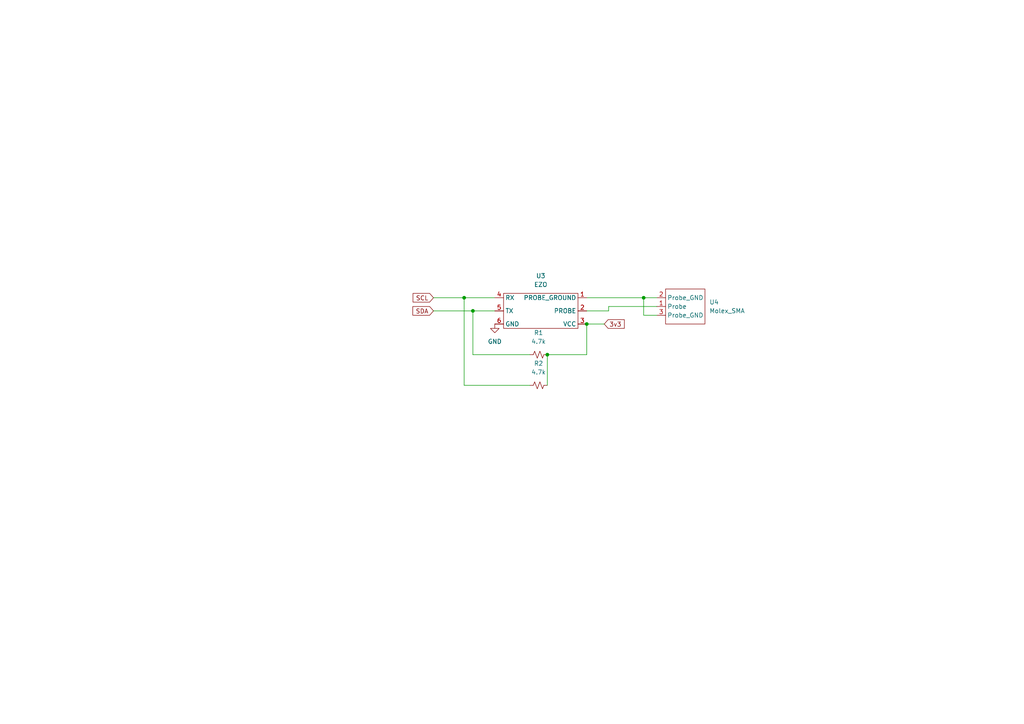
<source format=kicad_sch>
(kicad_sch (version 20211123) (generator eeschema)
  (paper "A4")
  (lib_symbols
    (symbol "Device:R_Small_US" (pin_numbers hide) (pin_names (offset 0.254) hide)
      (property "Reference" "R" (at 0.762 0.508 0))
      (property "Value" "R_Small_US" (at 0.762 -1.016 0))
      (symbol "R_Small_US_1_1"
        (polyline (pts (xy 0 0) (xy 1.016 -0.381) (xy 0 -0.762) (xy -1.016 -1.143) (xy 0 -1.524)))
        (polyline (pts (xy 0 1.524) (xy 1.016 1.143) (xy 0 0.762) (xy -1.016 0.381) (xy 0 0)))
        (pin passive line (at 0 2.54 270) (length 1.016) (name "~") (number "1"))
        (pin passive line (at 0 -2.54 90) (length 1.016) (name "~") (number "2"))
      )
    )
    (symbol "Hydro:EZO"
      (property "Reference" "U" (at 2.54 2.54 0))
      (property "Value" "EZO" (at 2.54 0 0))
      (symbol "EZO_0_1"
        (rectangle (start -10.16 -1.27) (end 11.43 -11.43))
      )
      (symbol "EZO_1_1"
        (pin input line (at -12.7 -2.54 0) (length 2.54) (name "PROBE_GROUND") (number "1"))
        (pin input line (at -12.7 -6.35 0) (length 2.54) (name "PROBE") (number "2"))
        (pin input line (at -12.7 -10.16 0) (length 2.54) (name "VCC") (number "3"))
        (pin input line (at 13.97 -2.54 180) (length 2.54) (name "RX") (number "4"))
        (pin input line (at 13.97 -6.35 180) (length 2.54) (name "TX") (number "5"))
        (pin input line (at 13.97 -10.16 180) (length 2.54) (name "GND") (number "6"))
      )
    )
    (symbol "Hydro:Molex_SMA"
      (property "Reference" "U" (at -0.9339 8.138 0))
      (property "Value" "Molex_SMA" (at -0.2059 6.346 0))
      (symbol "Molex_SMA_0_1"
        (rectangle (start 2.54 5.08) (end 13.97 -5.08))
      )
      (symbol "Molex_SMA_1_1"
        (pin input line (at 0 0 0) (length 2.54) (name "Probe") (number "1"))
        (pin input line (at 0 2.54 0) (length 2.54) (name "Probe_GND") (number "2"))
        (pin input line (at 0 -2.54 0) (length 2.54) (name "Probe_GND") (number "3"))
      )
    )
    (symbol "power:GND" (power) (pin_names (offset 0))
      (property "Value" "GND" (at 0 -3.81 0))
      (symbol "GND_0_1"
        (polyline (pts (xy 0 0) (xy 0 -1.27) (xy 1.27 -1.27) (xy 0 -2.54) (xy -1.27 -1.27) (xy 0 -1.27)))
      )
      (symbol "GND_1_1"
        (pin power_in line (at 0 0 270) (length 0) hide (name "GND") (number "1"))
      )
    )
  )
  (junction (at 137.16 90.17))
  (junction (at 186.69 86.36))
  (junction (at 170.18 93.98))
  (junction (at 134.62 86.36))
  (junction (at 158.75 102.87))
  (wire (pts (xy 176.53 90.17) (xy 176.53 88.9)))
  (wire (pts (xy 176.53 88.9) (xy 190.5 88.9)))
  (wire (pts (xy 153.67 102.87) (xy 137.16 102.87)))
  (wire (pts (xy 186.69 86.36) (xy 190.5 86.36)))
  (wire (pts (xy 134.62 111.76) (xy 134.62 86.36)))
  (wire (pts (xy 125.73 90.17) (xy 137.16 90.17)))
  (wire (pts (xy 137.16 90.17) (xy 143.51 90.17)))
  (wire (pts (xy 175.26 93.98) (xy 170.18 93.98)))
  (wire (pts (xy 125.73 86.36) (xy 134.62 86.36)))
  (wire (pts (xy 170.18 90.17) (xy 176.53 90.17)))
  (wire (pts (xy 134.62 86.36) (xy 143.51 86.36)))
  (wire (pts (xy 158.75 102.87) (xy 158.75 111.76)))
  (wire (pts (xy 186.69 91.44) (xy 186.69 86.36)))
  (wire (pts (xy 170.18 86.36) (xy 186.69 86.36)))
  (wire (pts (xy 153.67 111.76) (xy 134.62 111.76)))
  (wire (pts (xy 137.16 102.87) (xy 137.16 90.17)))
  (wire (pts (xy 190.5 91.44) (xy 186.69 91.44)))
  (wire (pts (xy 170.18 93.98) (xy 170.18 102.87)))
  (wire (pts (xy 170.18 102.87) (xy 158.75 102.87)))
  (global_label "SDA" (shape input) (at 125.73 90.17 180) (property "Intersheet References" "${INTERSHEET_REFS}" (effects hide)))
  (global_label "3v3" (shape input) (at 175.26 93.98 0) (property "Intersheet References" "${INTERSHEET_REFS}" (effects hide)))
  (global_label "SCL" (shape input) (at 125.73 86.36 180) (property "Intersheet References" "${INTERSHEET_REFS}" (effects hide)))
  (symbol (lib_id "Hydro:EZO") (at 157.48 83.82 0) (mirror y) (unit 1)
    (property "Reference" "U3" (at 156.845 80.01 0))
    (property "Value" "EZO" (at 156.845 82.55 0))
    (property "Footprint" "Hydro:EZO" (effects hide))
  )
  (symbol (lib_id "power:GND") (at 143.51 93.98 0) (unit 1)
    (property "Reference" "#PWR05" (effects hide))
    (property "Value" "GND" (at 143.51 99.06 0))
  )
  (symbol (lib_id "Device:R_Small_US") (at 156.21 102.87 270) (unit 1)
    (property "Reference" "R1" (at 156.21 96.52 90))
    (property "Value" "4.7k" (at 156.21 99.06 90))
    (property "Footprint" "Resistor_THT:R_Axial_DIN0207_L6.3mm_D2.5mm_P10.16mm_Horizontal" (effects hide))
  )
  (symbol (lib_id "Device:R_Small_US") (at 156.21 111.76 270) (unit 1)
    (property "Reference" "R2" (at 156.21 105.41 90))
    (property "Value" "4.7k" (at 156.21 107.95 90))
    (property "Footprint" "Resistor_THT:R_Axial_DIN0207_L6.3mm_D2.5mm_P10.16mm_Horizontal" (effects hide))
  )
  (symbol (lib_id "Hydro:Molex_SMA") (at 190.5 88.9 0) (unit 1)
    (property "Reference" "U4" (at 205.74 87.6299 0) (effects (justify left)))
    (property "Value" "Molex_SMA" (at 205.74 90.1699 0) (effects (justify left)))
    (property "Footprint" "Hydro:Molex SMA" (effects hide))
  )
)
</source>
